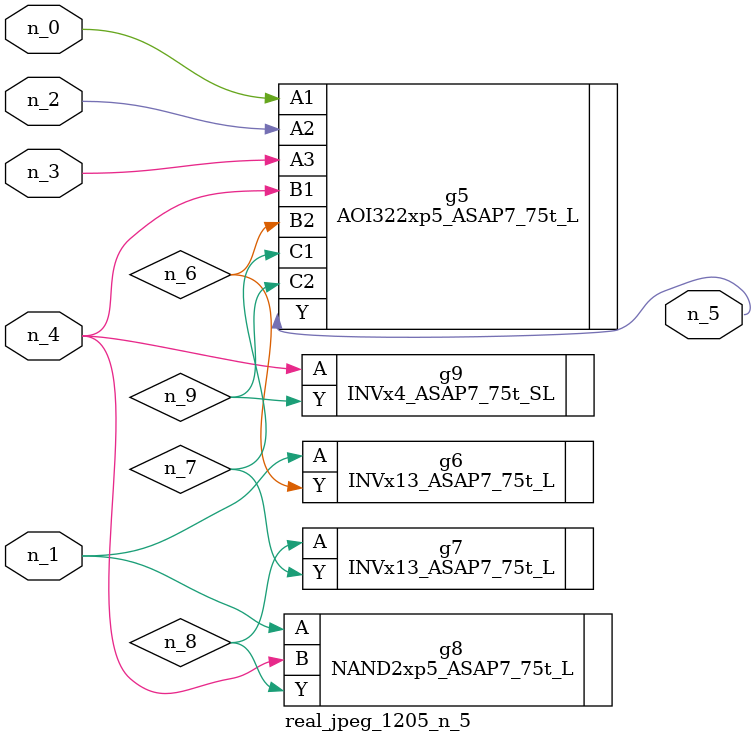
<source format=v>
module real_jpeg_1205_n_5 (n_4, n_0, n_1, n_2, n_3, n_5);

input n_4;
input n_0;
input n_1;
input n_2;
input n_3;

output n_5;

wire n_8;
wire n_6;
wire n_7;
wire n_9;

AOI322xp5_ASAP7_75t_L g5 ( 
.A1(n_0),
.A2(n_2),
.A3(n_3),
.B1(n_4),
.B2(n_6),
.C1(n_7),
.C2(n_9),
.Y(n_5)
);

INVx13_ASAP7_75t_L g6 ( 
.A(n_1),
.Y(n_6)
);

NAND2xp5_ASAP7_75t_L g8 ( 
.A(n_1),
.B(n_4),
.Y(n_8)
);

INVx4_ASAP7_75t_SL g9 ( 
.A(n_4),
.Y(n_9)
);

INVx13_ASAP7_75t_L g7 ( 
.A(n_8),
.Y(n_7)
);


endmodule
</source>
